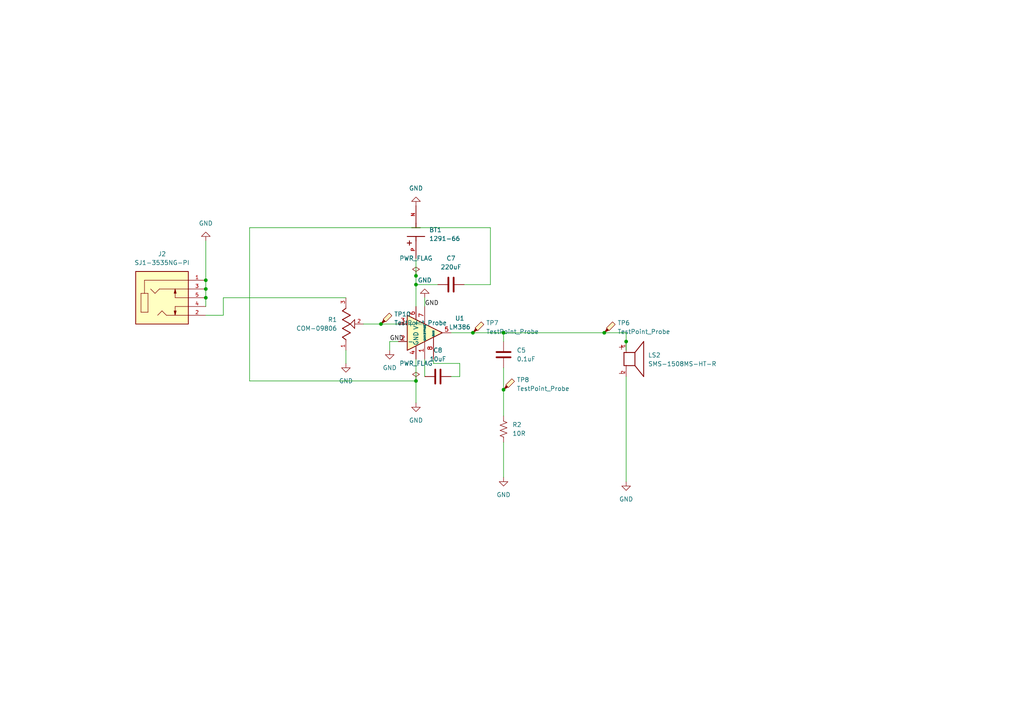
<source format=kicad_sch>
(kicad_sch (version 20230121) (generator eeschema)

  (uuid 76625ffb-20b5-48e7-b56a-e98f4da29448)

  (paper "A4")

  (lib_symbols
    (symbol "Amplifier_Audio:LM386" (pin_names (offset 0.127)) (in_bom yes) (on_board yes)
      (property "Reference" "U" (at 1.27 7.62 0)
        (effects (font (size 1.27 1.27)) (justify left))
      )
      (property "Value" "LM386" (at 1.27 5.08 0)
        (effects (font (size 1.27 1.27)) (justify left))
      )
      (property "Footprint" "" (at 2.54 2.54 0)
        (effects (font (size 1.27 1.27)) hide)
      )
      (property "Datasheet" "http://www.ti.com/lit/ds/symlink/lm386.pdf" (at 5.08 5.08 0)
        (effects (font (size 1.27 1.27)) hide)
      )
      (property "ki_keywords" "single Power opamp" (at 0 0 0)
        (effects (font (size 1.27 1.27)) hide)
      )
      (property "ki_description" "Low Voltage Audio Power Amplifier, DIP-8/SOIC-8/SSOP-8" (at 0 0 0)
        (effects (font (size 1.27 1.27)) hide)
      )
      (property "ki_fp_filters" "SOIC*3.9x4.9mm*P1.27mm* DIP*W7.62mm* MSSOP*P0.65mm* TSSOP*3x3mm*P0.5mm*" (at 0 0 0)
        (effects (font (size 1.27 1.27)) hide)
      )
      (symbol "LM386_0_1"
        (polyline
          (pts
            (xy 5.08 0)
            (xy -5.08 5.08)
            (xy -5.08 -5.08)
            (xy 5.08 0)
          )
          (stroke (width 0.254) (type default))
          (fill (type background))
        )
      )
      (symbol "LM386_1_1"
        (pin input line (at 0 -7.62 90) (length 5.08)
          (name "GAIN" (effects (font (size 0.508 0.508))))
          (number "1" (effects (font (size 1.27 1.27))))
        )
        (pin input line (at -7.62 -2.54 0) (length 2.54)
          (name "-" (effects (font (size 1.27 1.27))))
          (number "2" (effects (font (size 1.27 1.27))))
        )
        (pin input line (at -7.62 2.54 0) (length 2.54)
          (name "+" (effects (font (size 1.27 1.27))))
          (number "3" (effects (font (size 1.27 1.27))))
        )
        (pin power_in line (at -2.54 -7.62 90) (length 3.81)
          (name "GND" (effects (font (size 1.27 1.27))))
          (number "4" (effects (font (size 1.27 1.27))))
        )
        (pin output line (at 7.62 0 180) (length 2.54)
          (name "~" (effects (font (size 1.27 1.27))))
          (number "5" (effects (font (size 1.27 1.27))))
        )
        (pin power_in line (at -2.54 7.62 270) (length 3.81)
          (name "V+" (effects (font (size 1.27 1.27))))
          (number "6" (effects (font (size 1.27 1.27))))
        )
        (pin input line (at 0 7.62 270) (length 5.08)
          (name "BYPASS" (effects (font (size 0.508 0.508))))
          (number "7" (effects (font (size 1.27 1.27))))
        )
        (pin input line (at 2.54 -7.62 90) (length 6.35)
          (name "GAIN" (effects (font (size 0.508 0.508))))
          (number "8" (effects (font (size 1.27 1.27))))
        )
      )
    )
    (symbol "elec240_ornament_symbol:1291-66" (pin_names (offset 1.016)) (in_bom yes) (on_board yes)
      (property "Reference" "BT" (at -3.81 3.81 0)
        (effects (font (size 1.27 1.27)) (justify left bottom))
      )
      (property "Value" "1291-66" (at -3.81 -5.08 0)
        (effects (font (size 1.27 1.27)) (justify left bottom))
      )
      (property "Footprint" "1291-66:BAT_1291-66" (at 1.27 -30.48 0)
        (effects (font (size 1.27 1.27)) (justify bottom) hide)
      )
      (property "Datasheet" "" (at 0 0 0)
        (effects (font (size 1.27 1.27)) hide)
      )
      (property "MF" "Keystone Electronics" (at 0 0 0)
        (effects (font (size 1.27 1.27)) (justify bottom) hide)
      )
      (property "MAXIMUM_PACKAGE_HEIGHT" "21.77 mm" (at 0 0 0)
        (effects (font (size 1.27 1.27)) (justify bottom) hide)
      )
      (property "Package" "None" (at 0 0 0)
        (effects (font (size 1.27 1.27)) (justify bottom) hide)
      )
      (property "Price" "None" (at 0 0 0)
        (effects (font (size 1.27 1.27)) (justify bottom) hide)
      )
      (property "Check_prices" "https://www.snapeda.com/parts/1291-66/Keystone+Electronics/view-part/?ref=eda" (at 0 -31.75 0)
        (effects (font (size 1.27 1.27)) (justify bottom) hide)
      )
      (property "STANDARD" "Manufacturer Recommendations" (at 1.27 -30.48 0)
        (effects (font (size 1.27 1.27)) (justify bottom) hide)
      )
      (property "PARTREV" "A" (at 0 0 0)
        (effects (font (size 1.27 1.27)) (justify bottom) hide)
      )
      (property "SnapEDA_Link" "https://www.snapeda.com/parts/1291-66/Keystone+Electronics/view-part/?ref=snap" (at 12.7 -31.75 0)
        (effects (font (size 1.27 1.27)) (justify bottom) hide)
      )
      (property "MP" "1291-66" (at 0 0 0)
        (effects (font (size 1.27 1.27)) (justify bottom) hide)
      )
      (property "Purchase-URL" "https://www.snapeda.com/api/url_track_click_mouser/?unipart_id=5529493&manufacturer=Keystone Electronics&part_name=1291-66&search_term=1291-66" (at 1.27 -31.75 0)
        (effects (font (size 1.27 1.27)) (justify bottom) hide)
      )
      (property "Description" "\nBattery Holder, Lithium-Ion, THM, 1 Cell, Cell Size 9V, Alum/Tin | Keystone Electronics 1291-66\n" (at 8.89 -31.75 0)
        (effects (font (size 1.27 1.27)) (justify bottom) hide)
      )
      (property "MANUFACTURER" "Keystone Electronics" (at 0 0 0)
        (effects (font (size 1.27 1.27)) (justify bottom) hide)
      )
      (property "Availability" "In Stock" (at 0 0 0)
        (effects (font (size 1.27 1.27)) (justify bottom) hide)
      )
      (property "SNAPEDA_PN" "1291-66" (at 0 0 0)
        (effects (font (size 1.27 1.27)) (justify bottom) hide)
      )
      (symbol "1291-66_0_0"
        (polyline
          (pts
            (xy -3.81 1.905)
            (xy -2.54 1.905)
          )
          (stroke (width 0.254) (type default))
          (fill (type none))
        )
        (polyline
          (pts
            (xy -3.175 2.54)
            (xy -3.175 1.27)
          )
          (stroke (width 0.254) (type default))
          (fill (type none))
        )
        (polyline
          (pts
            (xy -1.27 0)
            (xy -2.54 0)
          )
          (stroke (width 0.254) (type default))
          (fill (type none))
        )
        (polyline
          (pts
            (xy -1.27 0)
            (xy -1.27 -2.54)
          )
          (stroke (width 0.254) (type default))
          (fill (type none))
        )
        (polyline
          (pts
            (xy -1.27 2.54)
            (xy -1.27 0)
          )
          (stroke (width 0.254) (type default))
          (fill (type none))
        )
        (polyline
          (pts
            (xy 1.27 0)
            (xy 1.27 -1.27)
          )
          (stroke (width 0.254) (type default))
          (fill (type none))
        )
        (polyline
          (pts
            (xy 1.27 0)
            (xy 2.54 0)
          )
          (stroke (width 0.254) (type default))
          (fill (type none))
        )
        (polyline
          (pts
            (xy 1.27 1.27)
            (xy 1.27 0)
          )
          (stroke (width 0.254) (type default))
          (fill (type none))
        )
        (pin passive line (at 7.62 0 180) (length 5.08)
          (name "~" (effects (font (size 1.016 1.016))))
          (number "N" (effects (font (size 1.016 1.016))))
        )
        (pin passive line (at -7.62 0 0) (length 5.08)
          (name "~" (effects (font (size 1.016 1.016))))
          (number "P" (effects (font (size 1.016 1.016))))
        )
      )
    )
    (symbol "elec240_ornament_symbol:C" (pin_numbers hide) (pin_names (offset 0.254)) (in_bom yes) (on_board yes)
      (property "Reference" "C" (at 0.635 2.54 0)
        (effects (font (size 1.27 1.27)) (justify left))
      )
      (property "Value" "C" (at 0.635 -2.54 0)
        (effects (font (size 1.27 1.27)) (justify left))
      )
      (property "Footprint" "" (at 0.9652 -3.81 0)
        (effects (font (size 1.27 1.27)) hide)
      )
      (property "Datasheet" "~" (at 0 0 0)
        (effects (font (size 1.27 1.27)) hide)
      )
      (property "ki_keywords" "cap capacitor" (at 0 0 0)
        (effects (font (size 1.27 1.27)) hide)
      )
      (property "ki_description" "Unpolarized capacitor" (at 0 0 0)
        (effects (font (size 1.27 1.27)) hide)
      )
      (property "ki_fp_filters" "C_*" (at 0 0 0)
        (effects (font (size 1.27 1.27)) hide)
      )
      (symbol "C_0_1"
        (polyline
          (pts
            (xy -2.032 -0.762)
            (xy 2.032 -0.762)
          )
          (stroke (width 0.508) (type default))
          (fill (type none))
        )
        (polyline
          (pts
            (xy -2.032 0.762)
            (xy 2.032 0.762)
          )
          (stroke (width 0.508) (type default))
          (fill (type none))
        )
      )
      (symbol "C_1_1"
        (pin passive line (at 0 3.81 270) (length 2.794)
          (name "~" (effects (font (size 1.27 1.27))))
          (number "1" (effects (font (size 1.27 1.27))))
        )
        (pin passive line (at 0 -3.81 90) (length 2.794)
          (name "~" (effects (font (size 1.27 1.27))))
          (number "2" (effects (font (size 1.27 1.27))))
        )
      )
    )
    (symbol "elec240_ornament_symbol:COM-09806" (pin_names (offset 1.016)) (in_bom yes) (on_board yes)
      (property "Reference" "R" (at -5.08 5.08 0)
        (effects (font (size 1.27 1.27)) (justify left bottom))
      )
      (property "Value" "COM-09806" (at -5.08 2.54 0)
        (effects (font (size 1.27 1.27)) (justify left bottom))
      )
      (property "Footprint" "COM-09806:TRIM_COM-09806" (at 0 -45.72 0)
        (effects (font (size 1.27 1.27)) (justify bottom) hide)
      )
      (property "Datasheet" "" (at 0 0 0)
        (effects (font (size 1.27 1.27)) hide)
      )
      (property "MF" "SparkFun Electronics" (at 2.54 -44.45 0)
        (effects (font (size 1.27 1.27)) (justify bottom) hide)
      )
      (property "MAXIMUM_PACKAGE_HEIGHT" "5.08 mm" (at 0 0 0)
        (effects (font (size 1.27 1.27)) (justify bottom) hide)
      )
      (property "Package" "DIP-3 SparkFun Electronics" (at 3.81 -45.72 0)
        (effects (font (size 1.27 1.27)) (justify bottom) hide)
      )
      (property "Price" "None" (at 0 0 0)
        (effects (font (size 1.27 1.27)) (justify bottom) hide)
      )
      (property "Check_prices" "https://www.snapeda.com/parts/COM-09806/SparkFun+Electronics/view-part/?ref=eda" (at 10.16 -46.99 0)
        (effects (font (size 1.27 1.27)) (justify bottom) hide)
      )
      (property "STANDARD" "Manufacturer Recommendations" (at 1.27 -44.45 0)
        (effects (font (size 1.27 1.27)) (justify bottom) hide)
      )
      (property "PARTREV" "N/A" (at -1.27 -43.18 0)
        (effects (font (size 1.27 1.27)) (justify bottom) hide)
      )
      (property "SnapEDA_Link" "https://www.snapeda.com/parts/COM-09806/SparkFun+Electronics/view-part/?ref=snap" (at 7.62 -44.45 0)
        (effects (font (size 1.27 1.27)) (justify bottom) hide)
      )
      (property "MP" "COM-09806" (at 0 0 0)
        (effects (font (size 1.27 1.27)) (justify bottom) hide)
      )
      (property "Purchase-URL" "https://www.snapeda.com/api/url_track_click_mouser/?unipart_id=1133817&manufacturer=SparkFun Electronics&part_name=COM-09806&search_term=com-09806" (at 16.51 -44.45 0)
        (effects (font (size 1.27 1.27)) (justify bottom) hide)
      )
      (property "Description" "\n10 kOhms 0.5W, 1/2W PC Pins Through Hole Trimmer Potentiometer Cermet 1.0 Turn Top Adjustment\n" (at 53.34 -45.72 0)
        (effects (font (size 1.27 1.27)) (justify bottom) hide)
      )
      (property "Availability" "In Stock" (at 2.54 -45.72 0)
        (effects (font (size 1.27 1.27)) (justify bottom) hide)
      )
      (property "MANUFACTURER" "Sparkfun" (at 0 0 0)
        (effects (font (size 1.27 1.27)) (justify bottom) hide)
      )
      (symbol "COM-09806_0_0"
        (polyline
          (pts
            (xy -5.08 0)
            (xy -4.572 0)
          )
          (stroke (width 0.1524) (type default))
          (fill (type none))
        )
        (polyline
          (pts
            (xy -4.572 0)
            (xy -3.81 1.016)
          )
          (stroke (width 0.254) (type default))
          (fill (type none))
        )
        (polyline
          (pts
            (xy -3.81 1.016)
            (xy -2.54 -1.27)
          )
          (stroke (width 0.254) (type default))
          (fill (type none))
        )
        (polyline
          (pts
            (xy -2.54 -1.27)
            (xy -1.27 1.016)
          )
          (stroke (width 0.254) (type default))
          (fill (type none))
        )
        (polyline
          (pts
            (xy -1.27 -2.54)
            (xy 0 -1.27)
          )
          (stroke (width 0.2032) (type default))
          (fill (type none))
        )
        (polyline
          (pts
            (xy -1.27 1.016)
            (xy 0 -1.27)
          )
          (stroke (width 0.254) (type default))
          (fill (type none))
        )
        (polyline
          (pts
            (xy 0 -1.27)
            (xy 1.27 -2.54)
          )
          (stroke (width 0.2032) (type default))
          (fill (type none))
        )
        (polyline
          (pts
            (xy 0 -1.27)
            (xy 1.27 1.016)
          )
          (stroke (width 0.254) (type default))
          (fill (type none))
        )
        (polyline
          (pts
            (xy 1.27 -2.54)
            (xy -1.27 -2.54)
          )
          (stroke (width 0.2032) (type default))
          (fill (type none))
        )
        (polyline
          (pts
            (xy 1.27 1.016)
            (xy 2.54 -1.27)
          )
          (stroke (width 0.254) (type default))
          (fill (type none))
        )
        (polyline
          (pts
            (xy 2.54 -1.27)
            (xy 3.81 1.016)
          )
          (stroke (width 0.254) (type default))
          (fill (type none))
        )
        (polyline
          (pts
            (xy 3.81 1.016)
            (xy 4.572 0)
          )
          (stroke (width 0.254) (type default))
          (fill (type none))
        )
        (polyline
          (pts
            (xy 4.572 0)
            (xy 5.08 0)
          )
          (stroke (width 0.1524) (type default))
          (fill (type none))
        )
        (pin passive line (at -7.62 0 0) (length 2.54)
          (name "~" (effects (font (size 1.016 1.016))))
          (number "1" (effects (font (size 1.016 1.016))))
        )
        (pin passive line (at 0 -5.08 90) (length 2.54)
          (name "~" (effects (font (size 1.016 1.016))))
          (number "2" (effects (font (size 1.016 1.016))))
        )
        (pin passive line (at 7.62 0 180) (length 2.54)
          (name "~" (effects (font (size 1.016 1.016))))
          (number "3" (effects (font (size 1.016 1.016))))
        )
      )
    )
    (symbol "elec240_ornament_symbol:R_US" (pin_numbers hide) (pin_names (offset 0)) (in_bom yes) (on_board yes)
      (property "Reference" "R" (at 2.54 0 90)
        (effects (font (size 1.27 1.27)))
      )
      (property "Value" "R_US" (at -2.54 0 90)
        (effects (font (size 1.27 1.27)))
      )
      (property "Footprint" "" (at 1.016 -0.254 90)
        (effects (font (size 1.27 1.27)) hide)
      )
      (property "Datasheet" "~" (at 0 0 0)
        (effects (font (size 1.27 1.27)) hide)
      )
      (property "ki_keywords" "R res resistor" (at 0 0 0)
        (effects (font (size 1.27 1.27)) hide)
      )
      (property "ki_description" "Resistor, US symbol" (at 0 0 0)
        (effects (font (size 1.27 1.27)) hide)
      )
      (property "ki_fp_filters" "R_*" (at 0 0 0)
        (effects (font (size 1.27 1.27)) hide)
      )
      (symbol "R_US_0_1"
        (polyline
          (pts
            (xy 0 -2.286)
            (xy 0 -2.54)
          )
          (stroke (width 0) (type default))
          (fill (type none))
        )
        (polyline
          (pts
            (xy 0 2.286)
            (xy 0 2.54)
          )
          (stroke (width 0) (type default))
          (fill (type none))
        )
        (polyline
          (pts
            (xy 0 -0.762)
            (xy 1.016 -1.143)
            (xy 0 -1.524)
            (xy -1.016 -1.905)
            (xy 0 -2.286)
          )
          (stroke (width 0) (type default))
          (fill (type none))
        )
        (polyline
          (pts
            (xy 0 0.762)
            (xy 1.016 0.381)
            (xy 0 0)
            (xy -1.016 -0.381)
            (xy 0 -0.762)
          )
          (stroke (width 0) (type default))
          (fill (type none))
        )
        (polyline
          (pts
            (xy 0 2.286)
            (xy 1.016 1.905)
            (xy 0 1.524)
            (xy -1.016 1.143)
            (xy 0 0.762)
          )
          (stroke (width 0) (type default))
          (fill (type none))
        )
      )
      (symbol "R_US_1_1"
        (pin passive line (at 0 3.81 270) (length 1.27)
          (name "~" (effects (font (size 1.27 1.27))))
          (number "1" (effects (font (size 1.27 1.27))))
        )
        (pin passive line (at 0 -3.81 90) (length 1.27)
          (name "~" (effects (font (size 1.27 1.27))))
          (number "2" (effects (font (size 1.27 1.27))))
        )
      )
    )
    (symbol "elec240_ornament_symbol:SJ1-3535NG-PI" (pin_names (offset 1.016)) (in_bom yes) (on_board yes)
      (property "Reference" "J" (at -7.623 8.1312 0)
        (effects (font (size 1.27 1.27)) (justify left bottom))
      )
      (property "Value" "SJ1-3535NG-PI" (at -7.6333 -10.4321 0)
        (effects (font (size 1.27 1.27)) (justify left bottom))
      )
      (property "Footprint" "SJ1-3535NG-PI:CUI_SJ1-3535NG-PI" (at -73.66 29.21 0)
        (effects (font (size 1.27 1.27)) (justify bottom) hide)
      )
      (property "Datasheet" "" (at 0 0 0)
        (effects (font (size 1.27 1.27)) hide)
      )
      (property "MF" "CUI Devices" (at -48.26 27.94 0)
        (effects (font (size 1.27 1.27)) (justify bottom) hide)
      )
      (property "Description" "3.5 mm Right-Angle Stereo Jack, 5 pin PCB PCB Mount, Isolated Ground, Pink" (at -68.58 40.64 0)
        (effects (font (size 1.27 1.27)) (justify bottom) hide)
      )
      (property "Package" "None" (at -52.07 31.75 0)
        (effects (font (size 1.27 1.27)) (justify bottom) hide)
      )
      (property "Price" "None" (at -41.91 46.99 0)
        (effects (font (size 1.27 1.27)) (justify bottom) hide)
      )
      (property "Check_prices" "https://www.snapeda.com/parts/SJ1-3535NG-PI/CUI+Devices/view-part/?ref=eda" (at -77.47 43.18 0)
        (effects (font (size 1.27 1.27)) (justify bottom) hide)
      )
      (property "STANDARD" "Manufacturer recommendation" (at -88.9 46.99 0)
        (effects (font (size 1.27 1.27)) (justify bottom) hide)
      )
      (property "PARTREV" "1.02" (at -54.61 45.72 0)
        (effects (font (size 1.27 1.27)) (justify bottom) hide)
      )
      (property "SnapEDA_Link" "https://www.snapeda.com/parts/SJ1-3535NG-PI/CUI+Devices/view-part/?ref=snap" (at -74.93 35.56 0)
        (effects (font (size 1.27 1.27)) (justify bottom) hide)
      )
      (property "MP" "SJ1-3535NG-PI" (at -57.15 44.45 0)
        (effects (font (size 1.27 1.27)) (justify bottom) hide)
      )
      (property "Purchase-URL" "https://www.snapeda.com/api/url_track_click_mouser/?unipart_id=464338&manufacturer=CUI Devices&part_name=SJ1-3535NG-PI&search_term=sj1-3535ng-pi" (at -100.33 35.56 0)
        (effects (font (size 1.27 1.27)) (justify bottom) hide)
      )
      (property "CUI_purchase_URL" "https://www.cuidevices.com/product/interconnect/connectors/audio-connectors/jacks/sj1-3535ng-pi?utm_source=snapeda.com&utm_medium=referral&utm_campaign=snapedaBOM" (at -105.41 31.75 0)
        (effects (font (size 1.27 1.27)) (justify bottom) hide)
      )
      (property "Availability" "In Stock" (at -59.69 39.37 0)
        (effects (font (size 1.27 1.27)) (justify bottom) hide)
      )
      (property "MANUFACTURER" "CUI" (at 0 0 0)
        (effects (font (size 1.27 1.27)) (justify bottom) hide)
      )
      (symbol "SJ1-3535NG-PI_0_0"
        (rectangle (start -7.62 -7.62) (end 7.62 7.62)
          (stroke (width 0.254) (type default))
          (fill (type background))
        )
        (polyline
          (pts
            (xy -6.096 -4.191)
            (xy -6.096 1.27)
          )
          (stroke (width 0.1524) (type default))
          (fill (type none))
        )
        (polyline
          (pts
            (xy -6.096 1.27)
            (xy -5.08 1.27)
          )
          (stroke (width 0.1524) (type default))
          (fill (type none))
        )
        (polyline
          (pts
            (xy -5.08 1.27)
            (xy -4.064 1.27)
          )
          (stroke (width 0.1524) (type default))
          (fill (type none))
        )
        (polyline
          (pts
            (xy -5.08 5.08)
            (xy -5.08 1.27)
          )
          (stroke (width 0.1524) (type default))
          (fill (type none))
        )
        (polyline
          (pts
            (xy -4.064 -4.191)
            (xy -6.096 -4.191)
          )
          (stroke (width 0.1524) (type default))
          (fill (type none))
        )
        (polyline
          (pts
            (xy -4.064 1.27)
            (xy -4.064 -4.191)
          )
          (stroke (width 0.1524) (type default))
          (fill (type none))
        )
        (polyline
          (pts
            (xy -2.032 1.27)
            (xy -3.302 2.54)
          )
          (stroke (width 0.1524) (type default))
          (fill (type none))
        )
        (polyline
          (pts
            (xy -0.762 2.54)
            (xy -2.032 1.27)
          )
          (stroke (width 0.1524) (type default))
          (fill (type none))
        )
        (polyline
          (pts
            (xy 0 -3.81)
            (xy -1.27 -5.08)
          )
          (stroke (width 0.1524) (type default))
          (fill (type none))
        )
        (polyline
          (pts
            (xy 1.27 -5.08)
            (xy 0 -3.81)
          )
          (stroke (width 0.1524) (type default))
          (fill (type none))
        )
        (polyline
          (pts
            (xy 3.81 -5.08)
            (xy 1.27 -5.08)
          )
          (stroke (width 0.1524) (type default))
          (fill (type none))
        )
        (polyline
          (pts
            (xy 3.81 -5.08)
            (xy 3.81 -2.54)
          )
          (stroke (width 0.1524) (type default))
          (fill (type none))
        )
        (polyline
          (pts
            (xy 3.81 0)
            (xy 3.81 2.54)
          )
          (stroke (width 0.1524) (type default))
          (fill (type none))
        )
        (polyline
          (pts
            (xy 3.81 2.54)
            (xy -0.762 2.54)
          )
          (stroke (width 0.1524) (type default))
          (fill (type none))
        )
        (polyline
          (pts
            (xy 7.62 -5.08)
            (xy 3.81 -5.08)
          )
          (stroke (width 0.1524) (type default))
          (fill (type none))
        )
        (polyline
          (pts
            (xy 7.62 -2.54)
            (xy 3.81 -2.54)
          )
          (stroke (width 0.1524) (type default))
          (fill (type none))
        )
        (polyline
          (pts
            (xy 7.62 0)
            (xy 3.81 0)
          )
          (stroke (width 0.1524) (type default))
          (fill (type none))
        )
        (polyline
          (pts
            (xy 7.62 2.54)
            (xy 3.81 2.54)
          )
          (stroke (width 0.1524) (type default))
          (fill (type none))
        )
        (polyline
          (pts
            (xy 7.62 5.08)
            (xy -5.08 5.08)
          )
          (stroke (width 0.1524) (type default))
          (fill (type none))
        )
        (polyline
          (pts
            (xy 3.81 -5.08)
            (xy 3.4925 -3.81)
            (xy 4.1275 -3.81)
            (xy 3.81 -5.08)
          )
          (stroke (width 0.1524) (type default))
          (fill (type outline))
        )
        (polyline
          (pts
            (xy 3.81 2.54)
            (xy 4.1275 1.27)
            (xy 3.4925 1.27)
            (xy 3.81 2.54)
          )
          (stroke (width 0.1524) (type default))
          (fill (type outline))
        )
        (pin passive line (at 12.7 5.08 180) (length 5.08)
          (name "~" (effects (font (size 1.016 1.016))))
          (number "1" (effects (font (size 1.016 1.016))))
        )
        (pin passive line (at 12.7 -5.08 180) (length 5.08)
          (name "~" (effects (font (size 1.016 1.016))))
          (number "2" (effects (font (size 1.016 1.016))))
        )
        (pin passive line (at 12.7 2.54 180) (length 5.08)
          (name "~" (effects (font (size 1.016 1.016))))
          (number "3" (effects (font (size 1.016 1.016))))
        )
        (pin passive line (at 12.7 -2.54 180) (length 5.08)
          (name "~" (effects (font (size 1.016 1.016))))
          (number "4" (effects (font (size 1.016 1.016))))
        )
        (pin passive line (at 12.7 0 180) (length 5.08)
          (name "~" (effects (font (size 1.016 1.016))))
          (number "5" (effects (font (size 1.016 1.016))))
        )
      )
    )
    (symbol "elec240_ornament_symbol:SMS-1508MS-HT-R" (pin_names (offset 1.016)) (in_bom yes) (on_board yes)
      (property "Reference" "LS" (at -1.27 6.35 0)
        (effects (font (size 1.27 1.27)) (justify left bottom))
      )
      (property "Value" "SMS-1508MS-HT-R" (at -1.27 -8.255 0)
        (effects (font (size 1.27 1.27)) (justify left bottom))
      )
      (property "Footprint" "SMS-1508MS-HT-R:SPKR_SMS-1508MS-HT-R" (at 3.81 -43.18 0)
        (effects (font (size 1.27 1.27)) (justify bottom) hide)
      )
      (property "Datasheet" "" (at 0 0 0)
        (effects (font (size 1.27 1.27)) hide)
      )
      (property "MF" "PUI Audio, Inc." (at 0 0 0)
        (effects (font (size 1.27 1.27)) (justify bottom) hide)
      )
      (property "MAXIMUM_PACKAGE_HEIGHT" "4 mm" (at 0 0 0)
        (effects (font (size 1.27 1.27)) (justify bottom) hide)
      )
      (property "Package" "None" (at 0 0 0)
        (effects (font (size 1.27 1.27)) (justify bottom) hide)
      )
      (property "Price" "None" (at 0 0 0)
        (effects (font (size 1.27 1.27)) (justify bottom) hide)
      )
      (property "Check_prices" "https://www.snapeda.com/parts/SMS-1508MS-HT-R/PUI+Audio%252C+Inc./view-part/?ref=eda" (at 7.62 -39.37 0)
        (effects (font (size 1.27 1.27)) (justify bottom) hide)
      )
      (property "STANDARD" "Manufacturer recommendations" (at -5.08 -43.18 0)
        (effects (font (size 1.27 1.27)) (justify bottom) hide)
      )
      (property "PARTREV" "3/6/2020" (at 0 0 0)
        (effects (font (size 1.27 1.27)) (justify bottom) hide)
      )
      (property "SnapEDA_Link" "https://www.snapeda.com/parts/SMS-1508MS-HT-R/PUI+Audio%252C+Inc./view-part/?ref=snap" (at 0 -41.91 0)
        (effects (font (size 1.27 1.27)) (justify bottom) hide)
      )
      (property "MP" "SMS-1508MS-HT-R" (at 7.62 -36.83 0)
        (effects (font (size 1.27 1.27)) (justify bottom) hide)
      )
      (property "Purchase-URL" "https://www.snapeda.com/api/url_track_click_mouser/?unipart_id=5873664&manufacturer=PUI Audio, Inc.&part_name=SMS-1508MS-HT-R&search_term=speaker" (at -2.54 -44.45 0)
        (effects (font (size 1.27 1.27)) (justify bottom) hide)
      )
      (property "Description" "\nSPEAKER .8W 8OHM 92DB 800HZ\n" (at 27.94 -41.91 0)
        (effects (font (size 1.27 1.27)) (justify bottom) hide)
      )
      (property "Availability" "In Stock" (at 0 0 0)
        (effects (font (size 1.27 1.27)) (justify bottom) hide)
      )
      (property "MANUFACTURER" "PUI Audio, Inc." (at 0 0 0)
        (effects (font (size 1.27 1.27)) (justify bottom) hide)
      )
      (symbol "SMS-1508MS-HT-R_0_0"
        (polyline
          (pts
            (xy -3.175 -1.905)
            (xy -2.54 -1.905)
          )
          (stroke (width 0.254) (type default))
          (fill (type none))
        )
        (polyline
          (pts
            (xy -3.175 1.905)
            (xy -3.175 -1.905)
          )
          (stroke (width 0.254) (type default))
          (fill (type none))
        )
        (polyline
          (pts
            (xy -3.175 1.905)
            (xy -2.54 1.905)
          )
          (stroke (width 0.254) (type default))
          (fill (type none))
        )
        (polyline
          (pts
            (xy -2.54 -2.54)
            (xy -2.54 -1.905)
          )
          (stroke (width 0.1524) (type default))
          (fill (type none))
        )
        (polyline
          (pts
            (xy -2.54 -1.905)
            (xy 0 -1.905)
          )
          (stroke (width 0.254) (type default))
          (fill (type none))
        )
        (polyline
          (pts
            (xy -2.54 1.905)
            (xy 0 1.905)
          )
          (stroke (width 0.254) (type default))
          (fill (type none))
        )
        (polyline
          (pts
            (xy -2.54 2.54)
            (xy -2.54 1.905)
          )
          (stroke (width 0.1524) (type default))
          (fill (type none))
        )
        (polyline
          (pts
            (xy 0 -1.905)
            (xy 0 1.905)
          )
          (stroke (width 0.254) (type default))
          (fill (type none))
        )
        (polyline
          (pts
            (xy 0 -1.905)
            (xy 2.54 -5.08)
          )
          (stroke (width 0.254) (type default))
          (fill (type none))
        )
        (polyline
          (pts
            (xy 0 1.905)
            (xy 2.54 5.08)
          )
          (stroke (width 0.254) (type default))
          (fill (type none))
        )
        (polyline
          (pts
            (xy 2.54 -5.08)
            (xy 2.54 5.08)
          )
          (stroke (width 0.254) (type default))
          (fill (type none))
        )
        (text "+" (at -5.08 2.54 0)
          (effects (font (size 1.778 1.778)) (justify left bottom))
        )
        (text "-" (at -5.08 -5.08 0)
          (effects (font (size 1.778 1.778)) (justify left bottom))
        )
        (pin passive line (at -2.54 5.08 270) (length 2.54)
          (name "~" (effects (font (size 1.016 1.016))))
          (number "1" (effects (font (size 1.016 1.016))))
        )
        (pin passive line (at -2.54 -5.08 90) (length 2.54)
          (name "~" (effects (font (size 1.016 1.016))))
          (number "2" (effects (font (size 1.016 1.016))))
        )
      )
    )
    (symbol "elec240_ornament_symbol:TestPoint_Probe" (pin_numbers hide) (pin_names (offset 0.762) hide) (in_bom yes) (on_board yes)
      (property "Reference" "TP" (at 1.651 5.842 0)
        (effects (font (size 1.27 1.27)))
      )
      (property "Value" "TestPoint_Probe" (at 1.651 4.064 0)
        (effects (font (size 1.27 1.27)))
      )
      (property "Footprint" "" (at 5.08 0 0)
        (effects (font (size 1.27 1.27)) hide)
      )
      (property "Datasheet" "~" (at 5.08 0 0)
        (effects (font (size 1.27 1.27)) hide)
      )
      (property "ki_keywords" "test point tp" (at 0 0 0)
        (effects (font (size 1.27 1.27)) hide)
      )
      (property "ki_description" "test point (alternative probe-style design)" (at 0 0 0)
        (effects (font (size 1.27 1.27)) hide)
      )
      (property "ki_fp_filters" "Pin* Test*" (at 0 0 0)
        (effects (font (size 1.27 1.27)) hide)
      )
      (symbol "TestPoint_Probe_0_1"
        (polyline
          (pts
            (xy 1.27 0.762)
            (xy 0 0)
            (xy 0.762 1.27)
            (xy 1.27 0.762)
          )
          (stroke (width 0) (type default))
          (fill (type outline))
        )
        (polyline
          (pts
            (xy 1.397 0.635)
            (xy 0.635 1.397)
            (xy 2.413 3.175)
            (xy 3.175 2.413)
            (xy 1.397 0.635)
          )
          (stroke (width 0) (type default))
          (fill (type background))
        )
      )
      (symbol "TestPoint_Probe_1_1"
        (pin passive line (at 0 0 90) (length 0)
          (name "1" (effects (font (size 1.27 1.27))))
          (number "1" (effects (font (size 1.27 1.27))))
        )
      )
    )
    (symbol "power:GND" (power) (pin_names (offset 0)) (in_bom yes) (on_board yes)
      (property "Reference" "#PWR" (at 0 -6.35 0)
        (effects (font (size 1.27 1.27)) hide)
      )
      (property "Value" "GND" (at 0 -3.81 0)
        (effects (font (size 1.27 1.27)))
      )
      (property "Footprint" "" (at 0 0 0)
        (effects (font (size 1.27 1.27)) hide)
      )
      (property "Datasheet" "" (at 0 0 0)
        (effects (font (size 1.27 1.27)) hide)
      )
      (property "ki_keywords" "global power" (at 0 0 0)
        (effects (font (size 1.27 1.27)) hide)
      )
      (property "ki_description" "Power symbol creates a global label with name \"GND\" , ground" (at 0 0 0)
        (effects (font (size 1.27 1.27)) hide)
      )
      (symbol "GND_0_1"
        (polyline
          (pts
            (xy 0 0)
            (xy 0 -1.27)
            (xy 1.27 -1.27)
            (xy 0 -2.54)
            (xy -1.27 -1.27)
            (xy 0 -1.27)
          )
          (stroke (width 0) (type default))
          (fill (type none))
        )
      )
      (symbol "GND_1_1"
        (pin power_in line (at 0 0 270) (length 0) hide
          (name "GND" (effects (font (size 1.27 1.27))))
          (number "1" (effects (font (size 1.27 1.27))))
        )
      )
    )
    (symbol "power:PWR_FLAG" (power) (pin_numbers hide) (pin_names (offset 0) hide) (in_bom yes) (on_board yes)
      (property "Reference" "#FLG" (at 0 1.905 0)
        (effects (font (size 1.27 1.27)) hide)
      )
      (property "Value" "PWR_FLAG" (at 0 3.81 0)
        (effects (font (size 1.27 1.27)))
      )
      (property "Footprint" "" (at 0 0 0)
        (effects (font (size 1.27 1.27)) hide)
      )
      (property "Datasheet" "~" (at 0 0 0)
        (effects (font (size 1.27 1.27)) hide)
      )
      (property "ki_keywords" "flag power" (at 0 0 0)
        (effects (font (size 1.27 1.27)) hide)
      )
      (property "ki_description" "Special symbol for telling ERC where power comes from" (at 0 0 0)
        (effects (font (size 1.27 1.27)) hide)
      )
      (symbol "PWR_FLAG_0_0"
        (pin power_out line (at 0 0 90) (length 0)
          (name "pwr" (effects (font (size 1.27 1.27))))
          (number "1" (effects (font (size 1.27 1.27))))
        )
      )
      (symbol "PWR_FLAG_0_1"
        (polyline
          (pts
            (xy 0 0)
            (xy 0 1.27)
            (xy -1.016 1.905)
            (xy 0 2.54)
            (xy 1.016 1.905)
            (xy 0 1.27)
          )
          (stroke (width 0) (type default))
          (fill (type none))
        )
      )
    )
  )

  (junction (at 110.49 93.98) (diameter 0) (color 0 0 0 0)
    (uuid 06a45ec7-650f-4ba0-84b2-1d94d2227aa8)
  )
  (junction (at 59.69 83.82) (diameter 0) (color 0 0 0 0)
    (uuid 126d428d-407e-4457-9968-735239931fd1)
  )
  (junction (at 120.65 82.55) (diameter 0) (color 0 0 0 0)
    (uuid 2ed77277-f3d3-4aac-8202-319f913e2c83)
  )
  (junction (at 146.05 113.03) (diameter 0) (color 0 0 0 0)
    (uuid 47fb7518-b4b2-4281-95d4-901757b93839)
  )
  (junction (at 120.65 80.01) (diameter 0) (color 0 0 0 0)
    (uuid 793de48a-16c3-45f8-ac05-e416ed294ebf)
  )
  (junction (at 146.05 96.52) (diameter 0) (color 0 0 0 0)
    (uuid 98dc7508-4501-4807-b8ea-b4c777607248)
  )
  (junction (at 120.65 110.49) (diameter 0) (color 0 0 0 0)
    (uuid a9b08796-78d6-419f-bd90-9c6c57f0a374)
  )
  (junction (at 181.61 99.06) (diameter 0) (color 0 0 0 0)
    (uuid b698d5b8-27e1-4492-a620-6ad3b11c4242)
  )
  (junction (at 59.69 86.36) (diameter 0) (color 0 0 0 0)
    (uuid c0414fbf-2b57-4748-822e-11d8b35f5d0e)
  )
  (junction (at 175.26 96.52) (diameter 0) (color 0 0 0 0)
    (uuid c8526902-fcf7-44d3-b863-6248533644aa)
  )
  (junction (at 137.16 96.52) (diameter 0) (color 0 0 0 0)
    (uuid ef2d0d33-d249-4bd5-be32-c0f78ae3b831)
  )
  (junction (at 59.69 81.28) (diameter 0) (color 0 0 0 0)
    (uuid fe2dfaa4-a56a-4b75-8063-1048227d1024)
  )

  (wire (pts (xy 64.77 91.44) (xy 64.77 86.36))
    (stroke (width 0) (type default))
    (uuid 000a13f5-1c0b-4ebe-b7ea-31d631645c03)
  )
  (wire (pts (xy 142.24 82.55) (xy 134.62 82.55))
    (stroke (width 0) (type default))
    (uuid 046dd092-e669-45b2-97e7-6b37c0d3cf36)
  )
  (wire (pts (xy 133.35 105.41) (xy 125.73 105.41))
    (stroke (width 0) (type default))
    (uuid 098827d6-c37b-401e-83f5-9b1e6c47962d)
  )
  (wire (pts (xy 64.77 86.36) (xy 100.33 86.36))
    (stroke (width 0) (type default))
    (uuid 0be4ff74-ac87-432a-bcc0-6668728f8baf)
  )
  (wire (pts (xy 59.69 69.85) (xy 59.69 81.28))
    (stroke (width 0) (type default))
    (uuid 0d4933e8-ab6e-4ca4-8933-c18f6aadd1e1)
  )
  (wire (pts (xy 110.49 93.98) (xy 115.57 93.98))
    (stroke (width 0) (type default))
    (uuid 1a823193-2482-4dbf-8e24-37a597a5265c)
  )
  (wire (pts (xy 146.05 106.68) (xy 146.05 113.03))
    (stroke (width 0) (type default))
    (uuid 1ce9b26f-073f-40a5-9cb1-84448832373b)
  )
  (wire (pts (xy 137.16 96.52) (xy 146.05 96.52))
    (stroke (width 0) (type default))
    (uuid 1eb656e5-02f4-4f61-8260-6b6e04926a4b)
  )
  (wire (pts (xy 133.35 109.22) (xy 133.35 105.41))
    (stroke (width 0) (type default))
    (uuid 32d33fee-b575-4974-a1d9-461670e59a6d)
  )
  (wire (pts (xy 130.81 109.22) (xy 133.35 109.22))
    (stroke (width 0) (type default))
    (uuid 36c19924-cc96-4010-a8a0-2eb74e109db5)
  )
  (wire (pts (xy 123.19 86.36) (xy 123.19 88.9))
    (stroke (width 0) (type default))
    (uuid 392a1665-4f56-4f05-99fe-9be8d4b41844)
  )
  (wire (pts (xy 142.24 82.55) (xy 142.24 66.04))
    (stroke (width 0) (type default))
    (uuid 3aa01126-abea-443b-b92f-36ae344acec0)
  )
  (wire (pts (xy 146.05 96.52) (xy 175.26 96.52))
    (stroke (width 0) (type default))
    (uuid 456f48ae-ed45-4f32-9f86-b4a081b5dff5)
  )
  (wire (pts (xy 125.73 104.14) (xy 125.73 105.41))
    (stroke (width 0) (type default))
    (uuid 46cab97e-f0a4-4521-93dd-79acfb003714)
  )
  (wire (pts (xy 175.26 96.52) (xy 181.61 96.52))
    (stroke (width 0) (type default))
    (uuid 4b2ea6e4-8a81-48fb-92b0-7f0f93a0fe13)
  )
  (wire (pts (xy 72.39 110.49) (xy 120.65 110.49))
    (stroke (width 0) (type default))
    (uuid 50012fa0-e5a5-427e-812a-afd11568d4f8)
  )
  (wire (pts (xy 59.69 83.82) (xy 59.69 86.36))
    (stroke (width 0) (type default))
    (uuid 53e9dad4-2489-4fee-a245-f5946973788b)
  )
  (wire (pts (xy 120.65 74.93) (xy 120.65 80.01))
    (stroke (width 0) (type default))
    (uuid 55f65fa1-74f4-4b77-8c2b-3d085942aa50)
  )
  (wire (pts (xy 113.03 99.06) (xy 113.03 101.6))
    (stroke (width 0) (type default))
    (uuid 595533eb-ab88-4027-82c1-f0fe2c2092c9)
  )
  (wire (pts (xy 181.61 109.22) (xy 181.61 139.7))
    (stroke (width 0) (type default))
    (uuid 5ece0239-53f9-4965-9527-9c1e1b44a81d)
  )
  (wire (pts (xy 59.69 81.28) (xy 59.69 83.82))
    (stroke (width 0) (type default))
    (uuid 71ca9e56-6b9f-497d-b3f7-2b814ce134ca)
  )
  (wire (pts (xy 123.19 104.14) (xy 123.19 109.22))
    (stroke (width 0) (type default))
    (uuid 75f9dffd-963d-40bc-a38c-0aa3481bb54d)
  )
  (wire (pts (xy 146.05 128.27) (xy 146.05 138.43))
    (stroke (width 0) (type default))
    (uuid 7c0b6001-aad7-4a5e-a8d7-e7c95e682db6)
  )
  (wire (pts (xy 59.69 91.44) (xy 64.77 91.44))
    (stroke (width 0) (type default))
    (uuid 8f108f4b-1938-486b-81fa-94a7277ffffa)
  )
  (wire (pts (xy 120.65 104.14) (xy 120.65 110.49))
    (stroke (width 0) (type default))
    (uuid 95025172-21a0-4877-8f73-819d666f33e3)
  )
  (wire (pts (xy 146.05 113.03) (xy 146.05 120.65))
    (stroke (width 0) (type default))
    (uuid 9e488166-c7aa-4781-b5a5-737e442a55cd)
  )
  (wire (pts (xy 181.61 101.6) (xy 181.61 99.06))
    (stroke (width 0) (type default))
    (uuid a0acf580-5540-4ba3-8e2e-1d1701fb86e5)
  )
  (wire (pts (xy 120.65 80.01) (xy 120.65 82.55))
    (stroke (width 0) (type default))
    (uuid a34a5ccc-d8c4-4de5-9a90-5bda712e1b92)
  )
  (wire (pts (xy 181.61 99.06) (xy 181.61 96.52))
    (stroke (width 0) (type default))
    (uuid af7e1a3d-701a-48cd-af84-cbffd7d2c34f)
  )
  (wire (pts (xy 72.39 66.04) (xy 72.39 110.49))
    (stroke (width 0) (type default))
    (uuid b9f9f4ee-7208-4d69-a1c8-1043cdb45227)
  )
  (wire (pts (xy 120.65 82.55) (xy 120.65 88.9))
    (stroke (width 0) (type default))
    (uuid ba3f26a2-bd38-4aff-a786-9fed04919253)
  )
  (wire (pts (xy 146.05 96.52) (xy 146.05 99.06))
    (stroke (width 0) (type default))
    (uuid be83ba8d-d832-4521-bb3d-5e93e5d70c93)
  )
  (wire (pts (xy 105.41 93.98) (xy 110.49 93.98))
    (stroke (width 0) (type default))
    (uuid c3a84c7e-cda1-4a28-8a35-7ef778e0909d)
  )
  (wire (pts (xy 115.57 99.06) (xy 113.03 99.06))
    (stroke (width 0) (type default))
    (uuid ccb344ca-92f2-4b84-b91a-d2d6fb80b8a8)
  )
  (wire (pts (xy 100.33 101.6) (xy 100.33 105.41))
    (stroke (width 0) (type default))
    (uuid d98d7d47-98a6-4cb5-b115-9d61e9582fda)
  )
  (wire (pts (xy 142.24 66.04) (xy 72.39 66.04))
    (stroke (width 0) (type default))
    (uuid ddae80d5-7c05-4db2-9d6f-c265c098cf1d)
  )
  (wire (pts (xy 59.69 86.36) (xy 59.69 88.9))
    (stroke (width 0) (type default))
    (uuid e99652a7-7994-40ff-a909-6a761aeb57fc)
  )
  (wire (pts (xy 127 82.55) (xy 120.65 82.55))
    (stroke (width 0) (type default))
    (uuid f6ade58f-2003-4857-afc0-95359c2f6b2d)
  )
  (wire (pts (xy 120.65 110.49) (xy 120.65 116.84))
    (stroke (width 0) (type default))
    (uuid f74c5c6f-f60b-43c5-bd6f-97ac7c0602b7)
  )
  (wire (pts (xy 130.81 96.52) (xy 137.16 96.52))
    (stroke (width 0) (type default))
    (uuid fd33bd59-ce34-48fc-9d1f-5d08b161d097)
  )

  (label "GND" (at 123.19 88.9 0) (fields_autoplaced)
    (effects (font (size 1.27 1.27)) (justify left bottom))
    (uuid 52518304-ec38-4b7a-8dec-0443839812aa)
  )
  (label "GND" (at 113.03 99.06 0) (fields_autoplaced)
    (effects (font (size 1.27 1.27)) (justify left bottom))
    (uuid fef74339-4022-4668-8e42-18eb86cfc65c)
  )

  (symbol (lib_id "elec240_ornament_symbol:SMS-1508MS-HT-R") (at 184.15 104.14 0) (unit 1)
    (in_bom yes) (on_board yes) (dnp no) (fields_autoplaced)
    (uuid 06281b80-f5b7-4621-b99a-d22cc0969072)
    (property "Reference" "LS2" (at 187.96 103.0143 0)
      (effects (font (size 1.27 1.27)) (justify left))
    )
    (property "Value" "SMS-1508MS-HT-R" (at 187.96 105.5543 0)
      (effects (font (size 1.27 1.27)) (justify left))
    )
    (property "Footprint" "elec240_ornament_footprint:SPKR_SMS-1508MS-HT-R" (at 187.96 147.32 0)
      (effects (font (size 1.27 1.27)) (justify bottom) hide)
    )
    (property "Datasheet" "" (at 184.15 104.14 0)
      (effects (font (size 1.27 1.27)) hide)
    )
    (property "MF" "PUI Audio, Inc." (at 184.15 104.14 0)
      (effects (font (size 1.27 1.27)) (justify bottom) hide)
    )
    (property "MAXIMUM_PACKAGE_HEIGHT" "4 mm" (at 184.15 104.14 0)
      (effects (font (size 1.27 1.27)) (justify bottom) hide)
    )
    (property "Package" "None" (at 184.15 104.14 0)
      (effects (font (size 1.27 1.27)) (justify bottom) hide)
    )
    (property "Price" "None" (at 184.15 104.14 0)
      (effects (font (size 1.27 1.27)) (justify bottom) hide)
    )
    (property "Check_prices" "https://www.snapeda.com/parts/SMS-1508MS-HT-R/PUI+Audio%252C+Inc./view-part/?ref=eda" (at 191.77 143.51 0)
      (effects (font (size 1.27 1.27)) (justify bottom) hide)
    )
    (property "STANDARD" "Manufacturer recommendations" (at 179.07 147.32 0)
      (effects (font (size 1.27 1.27)) (justify bottom) hide)
    )
    (property "PARTREV" "3/6/2020" (at 184.15 104.14 0)
      (effects (font (size 1.27 1.27)) (justify bottom) hide)
    )
    (property "SnapEDA_Link" "https://www.snapeda.com/parts/SMS-1508MS-HT-R/PUI+Audio%252C+Inc./view-part/?ref=snap" (at 184.15 146.05 0)
      (effects (font (size 1.27 1.27)) (justify bottom) hide)
    )
    (property "MP" "SMS-1508MS-HT-R" (at 191.77 140.97 0)
      (effects (font (size 1.27 1.27)) (justify bottom) hide)
    )
    (property "Purchase-URL" "https://www.snapeda.com/api/url_track_click_mouser/?unipart_id=5873664&manufacturer=PUI Audio, Inc.&part_name=SMS-1508MS-HT-R&search_term=speaker" (at 181.61 148.59 0)
      (effects (font (size 1.27 1.27)) (justify bottom) hide)
    )
    (property "Description" "\nSPEAKER .8W 8OHM 92DB 800HZ\n" (at 212.09 146.05 0)
      (effects (font (size 1.27 1.27)) (justify bottom) hide)
    )
    (property "Availability" "In Stock" (at 184.15 104.14 0)
      (effects (font (size 1.27 1.27)) (justify bottom) hide)
    )
    (property "MANUFACTURER" "PUI Audio, Inc." (at 184.15 104.14 0)
      (effects (font (size 1.27 1.27)) (justify bottom) hide)
    )
    (pin "1" (uuid b639f1a5-ef9b-445b-bc91-6661b9ff68ab))
    (pin "2" (uuid 78e32003-071c-4d00-bb90-759b63ad5f70))
    (instances
      (project "Speaker"
        (path "/76625ffb-20b5-48e7-b56a-e98f4da29448"
          (reference "LS2") (unit 1)
        )
      )
    )
  )

  (symbol (lib_id "power:GND") (at 146.05 138.43 0) (unit 1)
    (in_bom yes) (on_board yes) (dnp no) (fields_autoplaced)
    (uuid 1dc5abc2-3b71-49bc-bc8a-c253075486c7)
    (property "Reference" "#PWR05" (at 146.05 144.78 0)
      (effects (font (size 1.27 1.27)) hide)
    )
    (property "Value" "GND" (at 146.05 143.51 0)
      (effects (font (size 1.27 1.27)))
    )
    (property "Footprint" "" (at 146.05 138.43 0)
      (effects (font (size 1.27 1.27)) hide)
    )
    (property "Datasheet" "" (at 146.05 138.43 0)
      (effects (font (size 1.27 1.27)) hide)
    )
    (pin "1" (uuid 2d211eb7-140a-4849-a4e5-dae1d3213412))
    (instances
      (project "Speaker"
        (path "/76625ffb-20b5-48e7-b56a-e98f4da29448"
          (reference "#PWR05") (unit 1)
        )
      )
    )
  )

  (symbol (lib_id "Amplifier_Audio:LM386") (at 123.19 96.52 0) (unit 1)
    (in_bom yes) (on_board yes) (dnp no) (fields_autoplaced)
    (uuid 34ae1283-c252-4439-b0e7-1187fb3881f2)
    (property "Reference" "U1" (at 133.35 92.3291 0)
      (effects (font (size 1.27 1.27)))
    )
    (property "Value" "LM386" (at 133.35 94.8691 0)
      (effects (font (size 1.27 1.27)))
    )
    (property "Footprint" "elec240_ornament_footprint:DIP794W45P254L959H508Q8" (at 125.73 93.98 0)
      (effects (font (size 1.27 1.27)) hide)
    )
    (property "Datasheet" "http://www.ti.com/lit/ds/symlink/lm386.pdf" (at 128.27 91.44 0)
      (effects (font (size 1.27 1.27)) hide)
    )
    (pin "1" (uuid 3ef60b50-4724-4e24-b083-5d43b9e8ce44))
    (pin "2" (uuid 1dd9e5dc-ef28-4ecc-ba31-06ae1e213944))
    (pin "3" (uuid 6f2fea3e-62a2-4cb8-b5fa-8ae414e6ed59))
    (pin "4" (uuid 6e7bac41-8645-4eb3-a96e-4b10d77b3251))
    (pin "5" (uuid e1e6a825-1b19-480e-b4f7-a99306ea8dbc))
    (pin "6" (uuid e67aae52-84d1-4461-b745-c7bc43183ebe))
    (pin "7" (uuid cc7a6149-cbad-4cb8-b942-dcb6d0b3a550))
    (pin "8" (uuid a8b7f93d-da5b-45ba-9f4e-68e7b96d68bf))
    (instances
      (project "Speaker"
        (path "/76625ffb-20b5-48e7-b56a-e98f4da29448"
          (reference "U1") (unit 1)
        )
      )
    )
  )

  (symbol (lib_id "power:PWR_FLAG") (at 120.65 110.49 0) (unit 1)
    (in_bom yes) (on_board yes) (dnp no) (fields_autoplaced)
    (uuid 3df9d3b3-ef9b-44f3-827f-7368457e1931)
    (property "Reference" "#FLG02" (at 120.65 108.585 0)
      (effects (font (size 1.27 1.27)) hide)
    )
    (property "Value" "PWR_FLAG" (at 120.65 105.41 0)
      (effects (font (size 1.27 1.27)))
    )
    (property "Footprint" "" (at 120.65 110.49 0)
      (effects (font (size 1.27 1.27)) hide)
    )
    (property "Datasheet" "~" (at 120.65 110.49 0)
      (effects (font (size 1.27 1.27)) hide)
    )
    (pin "1" (uuid 9721a055-acba-4e34-9d99-9d7a390aeade))
    (instances
      (project "Speaker"
        (path "/76625ffb-20b5-48e7-b56a-e98f4da29448"
          (reference "#FLG02") (unit 1)
        )
      )
    )
  )

  (symbol (lib_id "elec240_ornament_symbol:C") (at 130.81 82.55 90) (unit 1)
    (in_bom yes) (on_board yes) (dnp no) (fields_autoplaced)
    (uuid 4528b6de-8d9f-4e0d-bb66-b8d5ac494b1f)
    (property "Reference" "C7" (at 130.81 74.93 90)
      (effects (font (size 1.27 1.27)))
    )
    (property "Value" "220uF" (at 130.81 77.47 90)
      (effects (font (size 1.27 1.27)))
    )
    (property "Footprint" "elec240_ornament_footprint:CP_Radial_D6.3mm_P2.50mm" (at 134.62 81.5848 0)
      (effects (font (size 1.27 1.27)) hide)
    )
    (property "Datasheet" "~" (at 130.81 82.55 0)
      (effects (font (size 1.27 1.27)) hide)
    )
    (pin "1" (uuid 8d9c95c6-94ce-4af2-9825-185563c3c803))
    (pin "2" (uuid 7d367915-0bf7-4a56-ad60-3289e0c2f1b6))
    (instances
      (project "Speaker"
        (path "/76625ffb-20b5-48e7-b56a-e98f4da29448"
          (reference "C7") (unit 1)
        )
      )
    )
  )

  (symbol (lib_id "power:GND") (at 113.03 101.6 0) (unit 1)
    (in_bom yes) (on_board yes) (dnp no) (fields_autoplaced)
    (uuid 608e8935-f545-4140-a0cd-6369dbb655f8)
    (property "Reference" "#PWR09" (at 113.03 107.95 0)
      (effects (font (size 1.27 1.27)) hide)
    )
    (property "Value" "GND" (at 113.03 106.68 0)
      (effects (font (size 1.27 1.27)))
    )
    (property "Footprint" "" (at 113.03 101.6 0)
      (effects (font (size 1.27 1.27)) hide)
    )
    (property "Datasheet" "" (at 113.03 101.6 0)
      (effects (font (size 1.27 1.27)) hide)
    )
    (pin "1" (uuid d838fe87-092f-43b1-9937-198dd6ec9ca3))
    (instances
      (project "Speaker"
        (path "/76625ffb-20b5-48e7-b56a-e98f4da29448"
          (reference "#PWR09") (unit 1)
        )
      )
    )
  )

  (symbol (lib_id "power:GND") (at 181.61 139.7 0) (unit 1)
    (in_bom yes) (on_board yes) (dnp no) (fields_autoplaced)
    (uuid 61c3054b-6d83-471d-9508-e62ef66e2d64)
    (property "Reference" "#PWR06" (at 181.61 146.05 0)
      (effects (font (size 1.27 1.27)) hide)
    )
    (property "Value" "GND" (at 181.61 144.78 0)
      (effects (font (size 1.27 1.27)))
    )
    (property "Footprint" "" (at 181.61 139.7 0)
      (effects (font (size 1.27 1.27)) hide)
    )
    (property "Datasheet" "" (at 181.61 139.7 0)
      (effects (font (size 1.27 1.27)) hide)
    )
    (pin "1" (uuid 274d73e0-72b6-451d-a508-b74daa0f4959))
    (instances
      (project "Speaker"
        (path "/76625ffb-20b5-48e7-b56a-e98f4da29448"
          (reference "#PWR06") (unit 1)
        )
      )
    )
  )

  (symbol (lib_id "power:GND") (at 100.33 105.41 0) (unit 1)
    (in_bom yes) (on_board yes) (dnp no) (fields_autoplaced)
    (uuid 846bc938-7b5e-45c3-8134-739d89e4d09a)
    (property "Reference" "#PWR04" (at 100.33 111.76 0)
      (effects (font (size 1.27 1.27)) hide)
    )
    (property "Value" "GND" (at 100.33 110.49 0)
      (effects (font (size 1.27 1.27)))
    )
    (property "Footprint" "" (at 100.33 105.41 0)
      (effects (font (size 1.27 1.27)) hide)
    )
    (property "Datasheet" "" (at 100.33 105.41 0)
      (effects (font (size 1.27 1.27)) hide)
    )
    (pin "1" (uuid 71b949db-f9ad-4d56-bd44-9e8f2c89c189))
    (instances
      (project "Speaker"
        (path "/76625ffb-20b5-48e7-b56a-e98f4da29448"
          (reference "#PWR04") (unit 1)
        )
      )
    )
  )

  (symbol (lib_id "elec240_ornament_symbol:R_US") (at 146.05 124.46 0) (unit 1)
    (in_bom yes) (on_board yes) (dnp no) (fields_autoplaced)
    (uuid 8a6f87bc-4e90-49eb-a7c9-0250b71c269c)
    (property "Reference" "R2" (at 148.59 123.19 0)
      (effects (font (size 1.27 1.27)) (justify left))
    )
    (property "Value" "10R" (at 148.59 125.73 0)
      (effects (font (size 1.27 1.27)) (justify left))
    )
    (property "Footprint" "elec240_ornament_footprint:R_Axial_DIN0207_L6.3mm_D2.5mm_P10.16mm_Horizontal" (at 147.066 124.714 90)
      (effects (font (size 1.27 1.27)) hide)
    )
    (property "Datasheet" "~" (at 146.05 124.46 0)
      (effects (font (size 1.27 1.27)) hide)
    )
    (pin "1" (uuid ab5bc682-025d-4579-877c-47881ed1fb96))
    (pin "2" (uuid 45b013c5-7cc0-48b9-bb61-753be1f2fb78))
    (instances
      (project "Speaker"
        (path "/76625ffb-20b5-48e7-b56a-e98f4da29448"
          (reference "R2") (unit 1)
        )
      )
    )
  )

  (symbol (lib_id "elec240_ornament_symbol:TestPoint_Probe") (at 146.05 113.03 0) (unit 1)
    (in_bom yes) (on_board yes) (dnp no) (fields_autoplaced)
    (uuid 91fc749d-e589-4ef7-a84f-0b448f4d3ba8)
    (property "Reference" "TP8" (at 149.86 110.1725 0)
      (effects (font (size 1.27 1.27)) (justify left))
    )
    (property "Value" "TestPoint_Probe" (at 149.86 112.7125 0)
      (effects (font (size 1.27 1.27)) (justify left))
    )
    (property "Footprint" "elec240_ornament_footprint:TestPoint_THTPad_3.0x3.0mm_Drill1.5mm" (at 151.13 113.03 0)
      (effects (font (size 1.27 1.27)) hide)
    )
    (property "Datasheet" "~" (at 151.13 113.03 0)
      (effects (font (size 1.27 1.27)) hide)
    )
    (pin "1" (uuid 0136e4ef-e61d-4ecc-a8a9-c5af10ec2cde))
    (instances
      (project "Speaker"
        (path "/76625ffb-20b5-48e7-b56a-e98f4da29448"
          (reference "TP8") (unit 1)
        )
      )
    )
  )

  (symbol (lib_id "power:GND") (at 123.19 86.36 180) (unit 1)
    (in_bom yes) (on_board yes) (dnp no)
    (uuid 9f918a2c-ee64-4fd3-9736-8aabd9b986dd)
    (property "Reference" "#PWR08" (at 123.19 80.01 0)
      (effects (font (size 1.27 1.27)) hide)
    )
    (property "Value" "GND" (at 123.19 81.28 0)
      (effects (font (size 1.27 1.27)))
    )
    (property "Footprint" "" (at 123.19 86.36 0)
      (effects (font (size 1.27 1.27)) hide)
    )
    (property "Datasheet" "" (at 123.19 86.36 0)
      (effects (font (size 1.27 1.27)) hide)
    )
    (pin "1" (uuid e5cd3794-a814-40de-8328-fe731197891a))
    (instances
      (project "Speaker"
        (path "/76625ffb-20b5-48e7-b56a-e98f4da29448"
          (reference "#PWR08") (unit 1)
        )
      )
    )
  )

  (symbol (lib_id "elec240_ornament_symbol:TestPoint_Probe") (at 110.49 93.98 0) (unit 1)
    (in_bom yes) (on_board yes) (dnp no) (fields_autoplaced)
    (uuid aa7b6c02-940b-4257-b7d7-9fee90b22553)
    (property "Reference" "TP10" (at 114.3 91.1225 0)
      (effects (font (size 1.27 1.27)) (justify left))
    )
    (property "Value" "TestPoint_Probe" (at 114.3 93.6625 0)
      (effects (font (size 1.27 1.27)) (justify left))
    )
    (property "Footprint" "elec240_ornament_footprint:TestPoint_THTPad_3.0x3.0mm_Drill1.5mm" (at 115.57 93.98 0)
      (effects (font (size 1.27 1.27)) hide)
    )
    (property "Datasheet" "~" (at 115.57 93.98 0)
      (effects (font (size 1.27 1.27)) hide)
    )
    (pin "1" (uuid 60295fd2-5623-4f0d-bf4c-f1ae93ec15aa))
    (instances
      (project "Speaker"
        (path "/76625ffb-20b5-48e7-b56a-e98f4da29448"
          (reference "TP10") (unit 1)
        )
      )
    )
  )

  (symbol (lib_id "power:GND") (at 120.65 59.69 180) (unit 1)
    (in_bom yes) (on_board yes) (dnp no) (fields_autoplaced)
    (uuid bac35ea9-25b3-4e63-a209-7034e17ca73f)
    (property "Reference" "#PWR01" (at 120.65 53.34 0)
      (effects (font (size 1.27 1.27)) hide)
    )
    (property "Value" "GND" (at 120.65 54.61 0)
      (effects (font (size 1.27 1.27)))
    )
    (property "Footprint" "" (at 120.65 59.69 0)
      (effects (font (size 1.27 1.27)) hide)
    )
    (property "Datasheet" "" (at 120.65 59.69 0)
      (effects (font (size 1.27 1.27)) hide)
    )
    (pin "1" (uuid cb3ce32c-a116-4129-b60f-bbe6bb8936a6))
    (instances
      (project "Speaker"
        (path "/76625ffb-20b5-48e7-b56a-e98f4da29448"
          (reference "#PWR01") (unit 1)
        )
      )
    )
  )

  (symbol (lib_id "elec240_ornament_symbol:COM-09806") (at 100.33 93.98 90) (unit 1)
    (in_bom yes) (on_board yes) (dnp no) (fields_autoplaced)
    (uuid c08a00aa-548a-40da-b678-5004a50941a1)
    (property "Reference" "R1" (at 97.79 92.71 90)
      (effects (font (size 1.27 1.27)) (justify left))
    )
    (property "Value" "COM-09806" (at 97.79 95.25 90)
      (effects (font (size 1.27 1.27)) (justify left))
    )
    (property "Footprint" "elec240_ornament_footprint:TRIM_COM-09806" (at 146.05 93.98 0)
      (effects (font (size 1.27 1.27)) (justify bottom) hide)
    )
    (property "Datasheet" "" (at 100.33 93.98 0)
      (effects (font (size 1.27 1.27)) hide)
    )
    (property "MF" "SparkFun Electronics" (at 144.78 91.44 0)
      (effects (font (size 1.27 1.27)) (justify bottom) hide)
    )
    (property "MAXIMUM_PACKAGE_HEIGHT" "5.08 mm" (at 100.33 93.98 0)
      (effects (font (size 1.27 1.27)) (justify bottom) hide)
    )
    (property "Package" "DIP-3 SparkFun Electronics" (at 146.05 90.17 0)
      (effects (font (size 1.27 1.27)) (justify bottom) hide)
    )
    (property "Price" "None" (at 100.33 93.98 0)
      (effects (font (size 1.27 1.27)) (justify bottom) hide)
    )
    (property "Check_prices" "https://www.snapeda.com/parts/COM-09806/SparkFun+Electronics/view-part/?ref=eda" (at 147.32 83.82 0)
      (effects (font (size 1.27 1.27)) (justify bottom) hide)
    )
    (property "STANDARD" "Manufacturer Recommendations" (at 144.78 92.71 0)
      (effects (font (size 1.27 1.27)) (justify bottom) hide)
    )
    (property "PARTREV" "N/A" (at 143.51 95.25 0)
      (effects (font (size 1.27 1.27)) (justify bottom) hide)
    )
    (property "SnapEDA_Link" "https://www.snapeda.com/parts/COM-09806/SparkFun+Electronics/view-part/?ref=snap" (at 144.78 86.36 0)
      (effects (font (size 1.27 1.27)) (justify bottom) hide)
    )
    (property "MP" "COM-09806" (at 100.33 93.98 0)
      (effects (font (size 1.27 1.27)) (justify bottom) hide)
    )
    (property "Purchase-URL" "https://www.snapeda.com/api/url_track_click_mouser/?unipart_id=1133817&manufacturer=SparkFun Electronics&part_name=COM-09806&search_term=com-09806" (at 144.78 77.47 0)
      (effects (font (size 1.27 1.27)) (justify bottom) hide)
    )
    (property "Description" "\n10 kOhms 0.5W, 1/2W PC Pins Through Hole Trimmer Potentiometer Cermet 1.0 Turn Top Adjustment\n" (at 146.05 40.64 0)
      (effects (font (size 1.27 1.27)) (justify bottom) hide)
    )
    (property "Availability" "In Stock" (at 146.05 91.44 0)
      (effects (font (size 1.27 1.27)) (justify bottom) hide)
    )
    (property "MANUFACTURER" "Sparkfun" (at 100.33 93.98 0)
      (effects (font (size 1.27 1.27)) (justify bottom) hide)
    )
    (pin "1" (uuid cfdec242-851d-40d0-b461-e4b622cbbfc3))
    (pin "2" (uuid 53125184-f77b-473e-a2ee-22e67fae7f1b))
    (pin "3" (uuid 567362ac-bc92-4ec8-a422-8c6004e1d845))
    (instances
      (project "Speaker"
        (path "/76625ffb-20b5-48e7-b56a-e98f4da29448"
          (reference "R1") (unit 1)
        )
      )
    )
  )

  (symbol (lib_id "elec240_ornament_symbol:TestPoint_Probe") (at 137.16 96.52 0) (unit 1)
    (in_bom yes) (on_board yes) (dnp no) (fields_autoplaced)
    (uuid c2d08032-faa5-4d88-8689-5a0b593e2dcd)
    (property "Reference" "TP7" (at 140.97 93.6625 0)
      (effects (font (size 1.27 1.27)) (justify left))
    )
    (property "Value" "TestPoint_Probe" (at 140.97 96.2025 0)
      (effects (font (size 1.27 1.27)) (justify left))
    )
    (property "Footprint" "elec240_ornament_footprint:TestPoint_THTPad_3.0x3.0mm_Drill1.5mm" (at 142.24 96.52 0)
      (effects (font (size 1.27 1.27)) hide)
    )
    (property "Datasheet" "~" (at 142.24 96.52 0)
      (effects (font (size 1.27 1.27)) hide)
    )
    (pin "1" (uuid bd7c2313-1bc3-40ca-a3de-1e73406587de))
    (instances
      (project "Speaker"
        (path "/76625ffb-20b5-48e7-b56a-e98f4da29448"
          (reference "TP7") (unit 1)
        )
      )
    )
  )

  (symbol (lib_id "elec240_ornament_symbol:C") (at 127 109.22 270) (unit 1)
    (in_bom yes) (on_board yes) (dnp no) (fields_autoplaced)
    (uuid cba827ca-d1e5-416f-b695-f268ab1ffcd1)
    (property "Reference" "C8" (at 127 101.6 90)
      (effects (font (size 1.27 1.27)))
    )
    (property "Value" "10uF" (at 127 104.14 90)
      (effects (font (size 1.27 1.27)))
    )
    (property "Footprint" "elec240_ornament_footprint:CP_Radial_D6.3mm_P2.50mm" (at 123.19 110.1852 0)
      (effects (font (size 1.27 1.27)) hide)
    )
    (property "Datasheet" "~" (at 127 109.22 0)
      (effects (font (size 1.27 1.27)) hide)
    )
    (pin "1" (uuid a64ab17b-c6d8-4d46-a0b8-e5dfcf550ffb))
    (pin "2" (uuid 3108bd8b-c867-4bc8-8138-259e9ff682e1))
    (instances
      (project "Speaker"
        (path "/76625ffb-20b5-48e7-b56a-e98f4da29448"
          (reference "C8") (unit 1)
        )
      )
    )
  )

  (symbol (lib_id "power:GND") (at 120.65 116.84 0) (unit 1)
    (in_bom yes) (on_board yes) (dnp no) (fields_autoplaced)
    (uuid cf17fd29-a32d-42e5-a02a-70ffad8a2b6d)
    (property "Reference" "#PWR03" (at 120.65 123.19 0)
      (effects (font (size 1.27 1.27)) hide)
    )
    (property "Value" "GND" (at 120.65 121.92 0)
      (effects (font (size 1.27 1.27)))
    )
    (property "Footprint" "" (at 120.65 116.84 0)
      (effects (font (size 1.27 1.27)) hide)
    )
    (property "Datasheet" "" (at 120.65 116.84 0)
      (effects (font (size 1.27 1.27)) hide)
    )
    (pin "1" (uuid 8b436056-ca60-4b8b-ae29-c788ce6658a4))
    (instances
      (project "Speaker"
        (path "/76625ffb-20b5-48e7-b56a-e98f4da29448"
          (reference "#PWR03") (unit 1)
        )
      )
    )
  )

  (symbol (lib_id "elec240_ornament_symbol:C") (at 146.05 102.87 0) (unit 1)
    (in_bom yes) (on_board yes) (dnp no) (fields_autoplaced)
    (uuid d68e6c1b-b25a-471f-9f66-90a61fa407bc)
    (property "Reference" "C5" (at 149.86 101.6 0)
      (effects (font (size 1.27 1.27)) (justify left))
    )
    (property "Value" "0.1uF" (at 149.86 104.14 0)
      (effects (font (size 1.27 1.27)) (justify left))
    )
    (property "Footprint" "elec240_ornament_footprint:CP_Radial_D6.3mm_P2.50mm" (at 147.0152 106.68 0)
      (effects (font (size 1.27 1.27)) hide)
    )
    (property "Datasheet" "~" (at 146.05 102.87 0)
      (effects (font (size 1.27 1.27)) hide)
    )
    (pin "1" (uuid c31ecf64-6d24-4a12-a509-e46fffd02c9a))
    (pin "2" (uuid bd770aba-911d-458c-b361-b3e7e75dd328))
    (instances
      (project "Speaker"
        (path "/76625ffb-20b5-48e7-b56a-e98f4da29448"
          (reference "C5") (unit 1)
        )
      )
    )
  )

  (symbol (lib_id "power:GND") (at 59.69 69.85 180) (unit 1)
    (in_bom yes) (on_board yes) (dnp no) (fields_autoplaced)
    (uuid e81ecbba-6eec-4393-a394-5db12e14619e)
    (property "Reference" "#PWR02" (at 59.69 63.5 0)
      (effects (font (size 1.27 1.27)) hide)
    )
    (property "Value" "GND" (at 59.69 64.77 0)
      (effects (font (size 1.27 1.27)))
    )
    (property "Footprint" "" (at 59.69 69.85 0)
      (effects (font (size 1.27 1.27)) hide)
    )
    (property "Datasheet" "" (at 59.69 69.85 0)
      (effects (font (size 1.27 1.27)) hide)
    )
    (pin "1" (uuid 79e70d42-2c32-44cf-ba6c-a8c5a7220d75))
    (instances
      (project "Speaker"
        (path "/76625ffb-20b5-48e7-b56a-e98f4da29448"
          (reference "#PWR02") (unit 1)
        )
      )
    )
  )

  (symbol (lib_id "elec240_ornament_symbol:TestPoint_Probe") (at 175.26 96.52 0) (unit 1)
    (in_bom yes) (on_board yes) (dnp no) (fields_autoplaced)
    (uuid e8b1f42c-d105-4a30-9480-cb875d4bae2b)
    (property "Reference" "TP6" (at 179.07 93.6625 0)
      (effects (font (size 1.27 1.27)) (justify left))
    )
    (property "Value" "TestPoint_Probe" (at 179.07 96.2025 0)
      (effects (font (size 1.27 1.27)) (justify left))
    )
    (property "Footprint" "elec240_ornament_footprint:TestPoint_THTPad_3.0x3.0mm_Drill1.5mm" (at 180.34 96.52 0)
      (effects (font (size 1.27 1.27)) hide)
    )
    (property "Datasheet" "~" (at 180.34 96.52 0)
      (effects (font (size 1.27 1.27)) hide)
    )
    (pin "1" (uuid c6b3a0b5-f291-4c0b-9420-ec9fdeba9af1))
    (instances
      (project "Speaker"
        (path "/76625ffb-20b5-48e7-b56a-e98f4da29448"
          (reference "TP6") (unit 1)
        )
      )
    )
  )

  (symbol (lib_id "elec240_ornament_symbol:1291-66") (at 120.65 67.31 90) (unit 1)
    (in_bom yes) (on_board yes) (dnp no) (fields_autoplaced)
    (uuid f651a736-4575-4c7a-9ac5-7ffb63a5d05e)
    (property "Reference" "BT1" (at 124.46 66.675 90)
      (effects (font (size 1.27 1.27)) (justify right))
    )
    (property "Value" "1291-66" (at 124.46 69.215 90)
      (effects (font (size 1.27 1.27)) (justify right))
    )
    (property "Footprint" "elec240_ornament_footprint:BAT_1291-66" (at 151.13 66.04 0)
      (effects (font (size 1.27 1.27)) (justify bottom) hide)
    )
    (property "Datasheet" "" (at 120.65 67.31 0)
      (effects (font (size 1.27 1.27)) hide)
    )
    (property "MF" "Keystone Electronics" (at 120.65 67.31 0)
      (effects (font (size 1.27 1.27)) (justify bottom) hide)
    )
    (property "MAXIMUM_PACKAGE_HEIGHT" "21.77 mm" (at 120.65 67.31 0)
      (effects (font (size 1.27 1.27)) (justify bottom) hide)
    )
    (property "Package" "None" (at 120.65 67.31 0)
      (effects (font (size 1.27 1.27)) (justify bottom) hide)
    )
    (property "Price" "None" (at 120.65 67.31 0)
      (effects (font (size 1.27 1.27)) (justify bottom) hide)
    )
    (property "Check_prices" "https://www.snapeda.com/parts/1291-66/Keystone+Electronics/view-part/?ref=eda" (at 152.4 67.31 0)
      (effects (font (size 1.27 1.27)) (justify bottom) hide)
    )
    (property "STANDARD" "Manufacturer Recommendations" (at 151.13 66.04 0)
      (effects (font (size 1.27 1.27)) (justify bottom) hide)
    )
    (property "PARTREV" "A" (at 120.65 67.31 0)
      (effects (font (size 1.27 1.27)) (justify bottom) hide)
    )
    (property "SnapEDA_Link" "https://www.snapeda.com/parts/1291-66/Keystone+Electronics/view-part/?ref=snap" (at 152.4 54.61 0)
      (effects (font (size 1.27 1.27)) (justify bottom) hide)
    )
    (property "MP" "1291-66" (at 120.65 67.31 0)
      (effects (font (size 1.27 1.27)) (justify bottom) hide)
    )
    (property "Purchase-URL" "https://www.snapeda.com/api/url_track_click_mouser/?unipart_id=5529493&manufacturer=Keystone Electronics&part_name=1291-66&search_term=1291-66" (at 152.4 66.04 0)
      (effects (font (size 1.27 1.27)) (justify bottom) hide)
    )
    (property "Description" "\nBattery Holder, Lithium-Ion, THM, 1 Cell, Cell Size 9V, Alum/Tin | Keystone Electronics 1291-66\n" (at 152.4 58.42 0)
      (effects (font (size 1.27 1.27)) (justify bottom) hide)
    )
    (property "MANUFACTURER" "Keystone Electronics" (at 120.65 67.31 0)
      (effects (font (size 1.27 1.27)) (justify bottom) hide)
    )
    (property "Availability" "In Stock" (at 120.65 67.31 0)
      (effects (font (size 1.27 1.27)) (justify bottom) hide)
    )
    (property "SNAPEDA_PN" "1291-66" (at 120.65 67.31 0)
      (effects (font (size 1.27 1.27)) (justify bottom) hide)
    )
    (pin "N" (uuid e7f4e020-527d-4f34-b694-819ecd85edb6))
    (pin "P" (uuid 333fc27e-7b27-48cb-b063-12bf4bfd7066))
    (instances
      (project "Speaker"
        (path "/76625ffb-20b5-48e7-b56a-e98f4da29448"
          (reference "BT1") (unit 1)
        )
      )
    )
  )

  (symbol (lib_id "elec240_ornament_symbol:SJ1-3535NG-PI") (at 46.99 86.36 0) (unit 1)
    (in_bom yes) (on_board yes) (dnp no) (fields_autoplaced)
    (uuid fd851f57-02c0-4caa-b64b-7a7bcd59ee34)
    (property "Reference" "J2" (at 46.99 73.66 0)
      (effects (font (size 1.27 1.27)))
    )
    (property "Value" "SJ1-3535NG-PI" (at 46.99 76.2 0)
      (effects (font (size 1.27 1.27)))
    )
    (property "Footprint" "elec240_ornament_footprint:CUI_SJ1-3535NG-PI" (at -26.67 57.15 0)
      (effects (font (size 1.27 1.27)) (justify bottom) hide)
    )
    (property "Datasheet" "" (at 46.99 86.36 0)
      (effects (font (size 1.27 1.27)) hide)
    )
    (property "MF" "CUI Devices" (at -1.27 58.42 0)
      (effects (font (size 1.27 1.27)) (justify bottom) hide)
    )
    (property "Description" "3.5 mm Right-Angle Stereo Jack, 5 pin PCB PCB Mount, Isolated Ground, Pink" (at -21.59 45.72 0)
      (effects (font (size 1.27 1.27)) (justify bottom) hide)
    )
    (property "Package" "None" (at -5.08 54.61 0)
      (effects (font (size 1.27 1.27)) (justify bottom) hide)
    )
    (property "Price" "None" (at 5.08 39.37 0)
      (effects (font (size 1.27 1.27)) (justify bottom) hide)
    )
    (property "Check_prices" "https://www.snapeda.com/parts/SJ1-3535NG-PI/CUI+Devices/view-part/?ref=eda" (at -30.48 43.18 0)
      (effects (font (size 1.27 1.27)) (justify bottom) hide)
    )
    (property "STANDARD" "Manufacturer recommendation" (at -41.91 39.37 0)
      (effects (font (size 1.27 1.27)) (justify bottom) hide)
    )
    (property "PARTREV" "1.02" (at -7.62 40.64 0)
      (effects (font (size 1.27 1.27)) (justify bottom) hide)
    )
    (property "SnapEDA_Link" "https://www.snapeda.com/parts/SJ1-3535NG-PI/CUI+Devices/view-part/?ref=snap" (at -27.94 50.8 0)
      (effects (font (size 1.27 1.27)) (justify bottom) hide)
    )
    (property "MP" "SJ1-3535NG-PI" (at -10.16 41.91 0)
      (effects (font (size 1.27 1.27)) (justify bottom) hide)
    )
    (property "Purchase-URL" "https://www.snapeda.com/api/url_track_click_mouser/?unipart_id=464338&manufacturer=CUI Devices&part_name=SJ1-3535NG-PI&search_term=sj1-3535ng-pi" (at -53.34 50.8 0)
      (effects (font (size 1.27 1.27)) (justify bottom) hide)
    )
    (property "CUI_purchase_URL" "https://www.cuidevices.com/product/interconnect/connectors/audio-connectors/jacks/sj1-3535ng-pi?utm_source=snapeda.com&utm_medium=referral&utm_campaign=snapedaBOM" (at -58.42 54.61 0)
      (effects (font (size 1.27 1.27)) (justify bottom) hide)
    )
    (property "Availability" "In Stock" (at -12.7 46.99 0)
      (effects (font (size 1.27 1.27)) (justify bottom) hide)
    )
    (property "MANUFACTURER" "CUI" (at 46.99 86.36 0)
      (effects (font (size 1.27 1.27)) (justify bottom) hide)
    )
    (pin "1" (uuid 0a211e49-51b8-4d49-82fb-9e713acb7054))
    (pin "2" (uuid 061258d9-d66d-426c-a446-f08685f59a73))
    (pin "3" (uuid 41d9a242-334e-4822-aec3-367e8d4d31f0))
    (pin "4" (uuid 742c46c2-fa4f-4151-97f1-cd6e033c0aba))
    (pin "5" (uuid 0f5163a7-bc3a-48f5-b526-0fe0ae54d851))
    (instances
      (project "Speaker"
        (path "/76625ffb-20b5-48e7-b56a-e98f4da29448"
          (reference "J2") (unit 1)
        )
      )
    )
  )

  (symbol (lib_id "power:PWR_FLAG") (at 120.65 80.01 0) (unit 1)
    (in_bom yes) (on_board yes) (dnp no) (fields_autoplaced)
    (uuid ffaace2b-2d4e-4e18-a4bf-236d5d815811)
    (property "Reference" "#FLG01" (at 120.65 78.105 0)
      (effects (font (size 1.27 1.27)) hide)
    )
    (property "Value" "PWR_FLAG" (at 120.65 74.93 0)
      (effects (font (size 1.27 1.27)))
    )
    (property "Footprint" "" (at 120.65 80.01 0)
      (effects (font (size 1.27 1.27)) hide)
    )
    (property "Datasheet" "~" (at 120.65 80.01 0)
      (effects (font (size 1.27 1.27)) hide)
    )
    (pin "1" (uuid ab06e246-16eb-49ce-ac55-3c0e8715c628))
    (instances
      (project "Speaker"
        (path "/76625ffb-20b5-48e7-b56a-e98f4da29448"
          (reference "#FLG01") (unit 1)
        )
      )
    )
  )

  (sheet_instances
    (path "/" (page "1"))
  )
)

</source>
